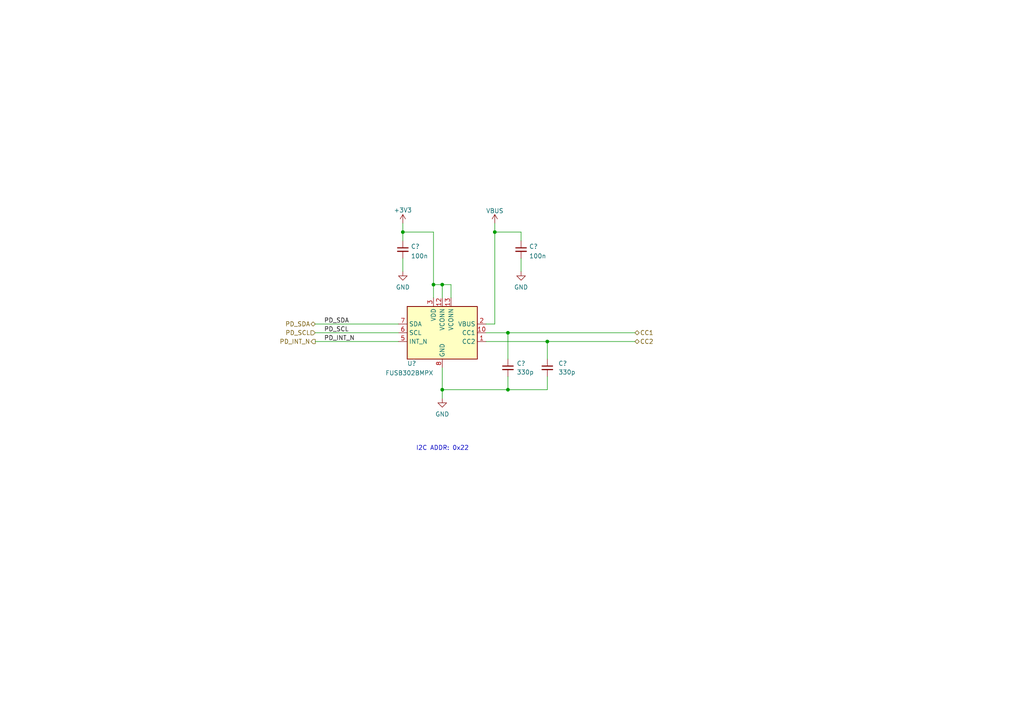
<source format=kicad_sch>
(kicad_sch (version 20230121) (generator eeschema)
  (paper "A4")
  (title_block (title "USB PD Interface") (date "2023-03-17") (rev "1") (company "Cuprum77"))
  (lib_symbols
    (symbol "Device:C_Small" (pin_numbers hide) (pin_names (offset 0.254) hide)
      (property "Reference" "C" (at 0.254 1.778 0))
      (property "Value" "C_Small" (at 0.254 -2.032 0))
      (symbol "C_Small_0_1"
        (polyline (pts (xy -1.524 -0.508) (xy 1.524 -0.508)) (stroke (width 0.3302)))
        (polyline (pts (xy -1.524 0.508) (xy 1.524 0.508)) (stroke (width 0.3048)))
      )
      (symbol "C_Small_1_1"
        (pin passive line (at 0 2.54 270) (length 2.032) (name "~") (number "1"))
        (pin passive line (at 0 -2.54 90) (length 2.032) (name "~") (number "2"))
      )
    )
    (symbol "Interface_USB:FUSB302BMPX"
      (property "Reference" "U" (at -10.16 8.89 0))
      (property "Value" "FUSB302BMPX" (at 3.81 8.89 0))
      (symbol "FUSB302BMPX_0_1"
        (rectangle (start -10.16 7.62) (end 10.16 -7.62) (stroke (width 0.254)) (fill (type background)))
      )
      (symbol "FUSB302BMPX_1_1"
        (pin bidirectional line (at 12.7 -2.54 180) (length 2.54) (name "CC2") (number "1"))
        (pin bidirectional line (at 12.7 0 180) (length 2.54) (name "CC1") (number "10"))
        (pin bidirectional line (at 12.7 0 180) (length 2.54) hide (name "CC1") (number "11"))
        (pin power_in line (at 0 10.16 270) (length 2.54) (name "VCONN") (number "12"))
        (pin power_in line (at 2.54 10.16 270) (length 2.54) (name "VCONN") (number "13"))
        (pin bidirectional line (at 12.7 -2.54 180) (length 2.54) hide (name "CC2") (number "14"))
        (pin passive line (at 0 -10.16 90) (length 2.54) hide (name "GND") (number "15"))
        (pin input line (at 12.7 2.54 180) (length 2.54) (name "VBUS") (number "2"))
        (pin power_in line (at -2.54 10.16 270) (length 2.54) (name "VDD") (number "3"))
        (pin passive line (at -2.54 10.16 270) (length 2.54) hide (name "VDD") (number "4"))
        (pin open_collector line (at -12.7 -2.54 0) (length 2.54) (name "INT_N") (number "5"))
        (pin input line (at -12.7 0 0) (length 2.54) (name "SCL") (number "6"))
        (pin bidirectional line (at -12.7 2.54 0) (length 2.54) (name "SDA") (number "7"))
        (pin power_in line (at 0 -10.16 90) (length 2.54) (name "GND") (number "8"))
        (pin passive line (at 0 -10.16 90) (length 2.54) hide (name "GND") (number "9"))
      )
    )
    (symbol "power:+3V3" (power) (pin_names (offset 0))
      (property "Value" "+3V3" (at 0 3.556 0))
      (symbol "+3V3_0_1"
        (polyline (pts (xy -0.762 1.27) (xy 0 2.54)))
        (polyline (pts (xy 0 0) (xy 0 2.54)))
        (polyline (pts (xy 0 2.54) (xy 0.762 1.27)))
      )
      (symbol "+3V3_1_1"
        (pin power_in line (at 0 0 90) (length 0) hide (name "+3V3") (number "1"))
      )
    )
    (symbol "power:GND" (power) (pin_names (offset 0))
      (property "Value" "GND" (at 0 -3.81 0))
      (symbol "GND_0_1"
        (polyline (pts (xy 0 0) (xy 0 -1.27) (xy 1.27 -1.27) (xy 0 -2.54) (xy -1.27 -1.27) (xy 0 -1.27)))
      )
      (symbol "GND_1_1"
        (pin power_in line (at 0 0 270) (length 0) hide (name "GND") (number "1"))
      )
    )
    (symbol "power:VBUS" (power) (pin_names (offset 0))
      (property "Value" "VBUS" (at 0 3.81 0))
      (symbol "VBUS_0_1"
        (polyline (pts (xy -0.762 1.27) (xy 0 2.54)))
        (polyline (pts (xy 0 0) (xy 0 2.54)))
        (polyline (pts (xy 0 2.54) (xy 0.762 1.27)))
      )
      (symbol "VBUS_1_1"
        (pin power_in line (at 0 0 90) (length 0) hide (name "VBUS") (number "1"))
      )
    )
  )
  (junction (at 147.32 96.52))
  (junction (at 128.27 82.55))
  (junction (at 116.84 67.31))
  (junction (at 128.27 113.03))
  (junction (at 125.73 82.55))
  (junction (at 143.51 67.31))
  (junction (at 147.32 113.03))
  (junction (at 158.75 99.06))
  (wire (pts (xy 128.27 113.03) (xy 128.27 106.68)))
  (wire (pts (xy 140.97 93.98) (xy 143.51 93.98)))
  (wire (pts (xy 158.75 99.06) (xy 184.15 99.06)))
  (wire (pts (xy 143.51 67.31) (xy 143.51 64.77)))
  (wire (pts (xy 147.32 109.22) (xy 147.32 113.03)))
  (wire (pts (xy 91.44 93.98) (xy 115.57 93.98)))
  (wire (pts (xy 125.73 67.31) (xy 125.73 82.55)))
  (wire (pts (xy 147.32 96.52) (xy 184.15 96.52)))
  (wire (pts (xy 91.44 99.06) (xy 115.57 99.06)))
  (wire (pts (xy 151.13 74.93) (xy 151.13 78.74)))
  (wire (pts (xy 130.81 82.55) (xy 128.27 82.55)))
  (wire (pts (xy 116.84 74.93) (xy 116.84 78.74)))
  (wire (pts (xy 128.27 86.36) (xy 128.27 82.55)))
  (wire (pts (xy 116.84 67.31) (xy 116.84 69.85)))
  (wire (pts (xy 158.75 109.22) (xy 158.75 113.03)))
  (wire (pts (xy 147.32 113.03) (xy 158.75 113.03)))
  (wire (pts (xy 128.27 82.55) (xy 125.73 82.55)))
  (wire (pts (xy 128.27 113.03) (xy 147.32 113.03)))
  (wire (pts (xy 125.73 67.31) (xy 116.84 67.31)))
  (wire (pts (xy 125.73 82.55) (xy 125.73 86.36)))
  (wire (pts (xy 151.13 69.85) (xy 151.13 67.31)))
  (wire (pts (xy 116.84 64.77) (xy 116.84 67.31)))
  (wire (pts (xy 130.81 86.36) (xy 130.81 82.55)))
  (wire (pts (xy 158.75 99.06) (xy 158.75 104.14)))
  (wire (pts (xy 140.97 99.06) (xy 158.75 99.06)))
  (wire (pts (xy 147.32 96.52) (xy 147.32 104.14)))
  (wire (pts (xy 151.13 67.31) (xy 143.51 67.31)))
  (wire (pts (xy 91.44 96.52) (xy 115.57 96.52)))
  (wire (pts (xy 128.27 115.57) (xy 128.27 113.03)))
  (wire (pts (xy 143.51 93.98) (xy 143.51 67.31)))
  (wire (pts (xy 140.97 96.52) (xy 147.32 96.52)))
  (text "I2C ADDR: 0x22" (at 120.65 130.81 0) (effects (font (size 1.27 1.27)) (justify left bottom)))
  (label "PD_SCL" (at 93.98 96.52 0))
  (label "PD_SDA" (at 93.98 93.98 0))
  (label "PD_INT_N" (at 93.98 99.06 0))
  (hierarchical_label "PD_SCL" (shape input) (at 91.44 96.52 180))
  (hierarchical_label "CC2" (shape bidirectional) (at 184.15 99.06 0))
  (hierarchical_label "PD_SDA" (shape bidirectional) (at 91.44 93.98 180))
  (hierarchical_label "PD_INT_N" (shape output) (at 91.44 99.06 180))
  (hierarchical_label "CC1" (shape bidirectional) (at 184.15 96.52 0))
  (symbol (lib_id "power:GND") (at 116.84 78.74 0) (unit 1)
    (property "Reference" "#PWR?" (effects hide))
    (property "Value" "GND" (at 116.84 83.3025 0))
    (instances (project "USB-PD" (path "" (reference "#PWR?") (unit 1)) (path "" (reference "#PWR045") (unit 1))))
  )
  (symbol (lib_id "Device:C_Small") (at 116.84 72.39 0) (unit 1)
    (property "Reference" "C?" (at 119.1641 71.4878 0) (effects (justify left)))
    (property "Value" "100n" (at 119.1641 74.2629 0) (effects (justify left)))
    (property "Footprint" "KiCAD Library:C_0603_1608Metric" (effects hide))
    (instances (project "USB-PD" (path "" (reference "C?") (unit 1)) (path "" (reference "C5") (unit 1))))
  )
  (symbol (lib_id "Device:C_Small") (at 147.32 106.68 0) (unit 1)
    (property "Reference" "C?" (at 149.86 105.4162 0) (effects (justify left)))
    (property "Value" "330p" (at 149.86 107.9562 0) (effects (justify left)))
    (property "Footprint" "KiCAD Library:C_0603_1608Metric" (effects hide))
    (instances (project "USB-PD" (path "" (reference "C?") (unit 1)) (path "" (reference "C7") (unit 1))))
  )
  (symbol (lib_id "power:GND") (at 128.27 115.57 0) (unit 1)
    (property "Reference" "#PWR?" (effects hide))
    (property "Value" "GND" (at 128.27 120.1325 0))
    (instances (project "USB-PD" (path "" (reference "#PWR?") (unit 1)) (path "" (reference "#PWR06") (unit 1))))
  )
  (symbol (lib_id "Interface_USB:FUSB302BMPX") (at 128.27 96.52 0) (unit 1)
    (property "Reference" "U?" (at 118.11 105.41 0) (effects (justify left)))
    (property "Value" "FUSB302BMPX" (at 111.76 108.1851 0) (effects (justify left)))
    (property "Footprint" "Package_DFN_QFN:WQFN-14-1EP_2.5x2.5mm_P0.5mm_EP1.45x1.45mm" (effects hide))
    (property "Datasheet" "http://www.onsemi.com/pub/Collateral/FUSB302B-D.PDF" (effects hide))
    (instances (project "USB-PD" (path "" (reference "U?") (unit 1)) (path "" (reference "U1") (unit 1))))
  )
  (symbol (lib_id "Device:C_Small") (at 158.75 106.68 0) (unit 1)
    (property "Reference" "C?" (at 161.925 105.41 0) (effects (justify left)))
    (property "Value" "330p" (at 161.925 107.9562 0) (effects (justify left)))
    (property "Footprint" "KiCAD Library:C_0603_1608Metric" (effects hide))
    (instances (project "USB-PD" (path "" (reference "C?") (unit 1)) (path "" (reference "C12") (unit 1))))
  )
  (symbol (lib_id "power:+3V3") (at 116.84 64.77 0) (unit 1)
    (property "Reference" "#PWR?" (effects hide))
    (property "Value" "+3V3" (at 116.84 60.96 0))
    (instances (project "USB-PD" (path "" (reference "#PWR?") (unit 1)) (path "" (reference "#PWR07") (unit 1))))
  )
  (symbol (lib_id "power:GND") (at 151.13 78.74 0) (unit 1)
    (property "Reference" "#PWR?" (effects hide))
    (property "Value" "GND" (at 151.13 83.3025 0))
    (instances (project "USB-PD" (path "" (reference "#PWR?") (unit 1)) (path "" (reference "#PWR031") (unit 1))))
  )
  (symbol (lib_id "power:VBUS") (at 143.51 64.77 0) (unit 1)
    (property "Reference" "#PWR?" (effects hide))
    (property "Value" "VBUS" (at 143.51 61.1655 0))
    (instances (project "USB-PD" (path "" (reference "#PWR?") (unit 1)) (path "" (reference "#PWR09") (unit 1))))
  )
  (symbol (lib_id "Device:C_Small") (at 151.13 72.39 0) (unit 1)
    (property "Reference" "C?" (at 153.4541 71.4878 0) (effects (justify left)))
    (property "Value" "100n" (at 153.4541 74.2629 0) (effects (justify left)))
    (property "Footprint" "KiCAD Library:C_0603_1608Metric" (effects hide))
    (instances (project "USB-PD" (path "" (reference "C?") (unit 1)) (path "" (reference "C9") (unit 1))))
  )
)
</source>
